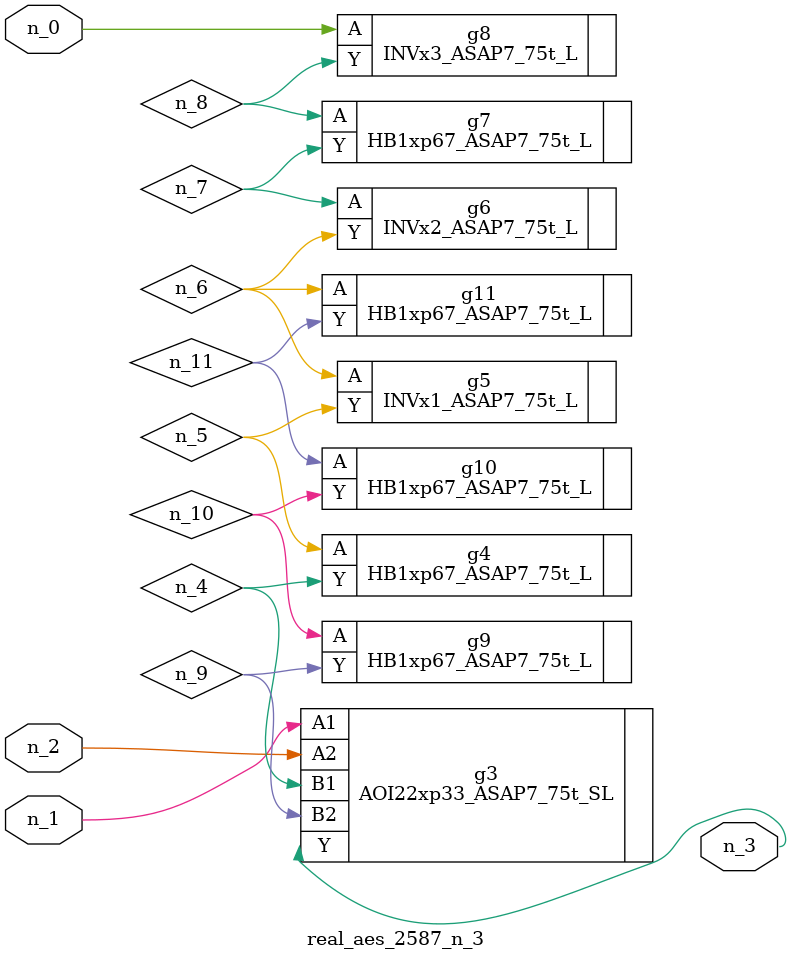
<source format=v>
module real_aes_2587_n_3 (n_0, n_2, n_1, n_3);
input n_0;
input n_2;
input n_1;
output n_3;
wire n_4;
wire n_5;
wire n_7;
wire n_9;
wire n_6;
wire n_8;
wire n_10;
wire n_11;
INVx3_ASAP7_75t_L g8 ( .A(n_0), .Y(n_8) );
AOI22xp33_ASAP7_75t_SL g3 ( .A1(n_1), .A2(n_2), .B1(n_4), .B2(n_9), .Y(n_3) );
HB1xp67_ASAP7_75t_L g4 ( .A(n_5), .Y(n_4) );
INVx1_ASAP7_75t_L g5 ( .A(n_6), .Y(n_5) );
HB1xp67_ASAP7_75t_L g11 ( .A(n_6), .Y(n_11) );
INVx2_ASAP7_75t_L g6 ( .A(n_7), .Y(n_6) );
HB1xp67_ASAP7_75t_L g7 ( .A(n_8), .Y(n_7) );
HB1xp67_ASAP7_75t_L g9 ( .A(n_10), .Y(n_9) );
HB1xp67_ASAP7_75t_L g10 ( .A(n_11), .Y(n_10) );
endmodule
</source>
